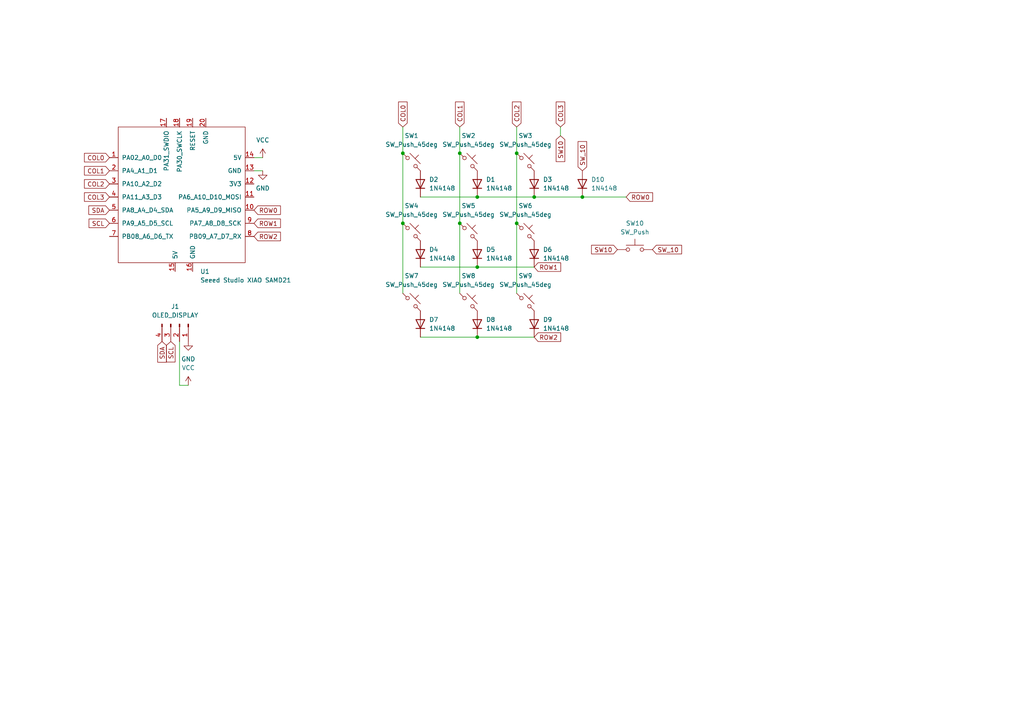
<source format=kicad_sch>
(kicad_sch (version 20231120) (generator "eeschema") (generator_version "8.0")
  (paper "A4")
  (lib_symbols
    (symbol "Connector:Conn_01x04_Pin" (pin_names (offset 1.016) hide)
      (property "Reference" "J" (at 0 5.08 0))
      (property "Value" "Conn_01x04_Pin" (at 0 -7.62 0))
      (symbol "Conn_01x04_Pin_1_1"
        (polyline (pts (xy 1.27 -5.08) (xy 0.8636 -5.08)) (stroke (width 0.1524)))
        (polyline (pts (xy 1.27 -2.54) (xy 0.8636 -2.54)) (stroke (width 0.1524)))
        (polyline (pts (xy 1.27 0) (xy 0.8636 0)) (stroke (width 0.1524)))
        (polyline (pts (xy 1.27 2.54) (xy 0.8636 2.54)) (stroke (width 0.1524)))
        (rectangle (start 0.8636 -4.953) (end 0 -5.207) (stroke (width 0.1524)) (fill (type outline)))
        (rectangle (start 0.8636 -2.413) (end 0 -2.667) (stroke (width 0.1524)) (fill (type outline)))
        (rectangle (start 0.8636 0.127) (end 0 -0.127) (stroke (width 0.1524)) (fill (type outline)))
        (rectangle (start 0.8636 2.667) (end 0 2.413) (stroke (width 0.1524)) (fill (type outline)))
        (pin passive line (at 5.08 2.54 180) (length 3.81) (name "Pin_1") (number "1"))
        (pin passive line (at 5.08 0 180) (length 3.81) (name "Pin_2") (number "2"))
        (pin passive line (at 5.08 -2.54 180) (length 3.81) (name "Pin_3") (number "3"))
        (pin passive line (at 5.08 -5.08 180) (length 3.81) (name "Pin_4") (number "4"))
      )
    )
    (symbol "Diode:1N4148" (pin_numbers hide) (pin_names hide)
      (property "Reference" "D" (at 0 2.54 0))
      (property "Value" "1N4148" (at 0 -2.54 0))
      (symbol "1N4148_0_1"
        (polyline (pts (xy -1.27 1.27) (xy -1.27 -1.27)) (stroke (width 0.254)))
        (polyline (pts (xy 1.27 0) (xy -1.27 0)))
        (polyline (pts (xy 1.27 1.27) (xy 1.27 -1.27) (xy -1.27 0) (xy 1.27 1.27)) (stroke (width 0.254)))
      )
      (symbol "1N4148_1_1"
        (pin passive line (at -3.81 0 0) (length 2.54) (name "K") (number "1"))
        (pin passive line (at 3.81 0 180) (length 2.54) (name "A") (number "2"))
      )
    )
    (symbol "Seeed_Studio_XIAO_Series_local:Seeed Studio XIAO SAMD21" (pin_names (offset 1.016))
      (property "Reference" "U" (at -19.05 22.86 0))
      (property "Value" "Seeed Studio XIAO SAMD21" (at -12.7 21.59 0))
      (symbol "Seeed Studio XIAO SAMD21_0_1"
        (rectangle (start -19.05 20.32) (end 17.78 -19.05))
      )
      (symbol "Seeed Studio XIAO SAMD21_1_1"
        (pin unspecified line (at -21.59 11.43 0) (length 2.54) (name "PA02_A0_D0") (number "1"))
        (pin unspecified line (at 20.32 -3.81 180) (length 2.54) (name "PA5_A9_D9_MISO") (number "10"))
        (pin unspecified line (at 20.32 0 180) (length 2.54) (name "PA6_A10_D10_MOSI") (number "11"))
        (pin unspecified line (at 20.32 3.81 180) (length 2.54) (name "3V3") (number "12"))
        (pin unspecified line (at 20.32 7.62 180) (length 2.54) (name "GND") (number "13"))
        (pin unspecified line (at 20.32 11.43 180) (length 2.54) (name "5V") (number "14"))
        (pin input line (at -2.54 -21.59 90) (length 2.54) (name "5V") (number "15"))
        (pin input line (at 2.54 -21.59 90) (length 2.54) (name "GND") (number "16"))
        (pin input line (at -5.08 22.86 270) (length 2.54) (name "PA31_SWDIO") (number "17"))
        (pin input line (at -1.27 22.86 270) (length 2.54) (name "PA30_SWCLK") (number "18"))
        (pin input line (at 2.54 22.86 270) (length 2.54) (name "RESET") (number "19"))
        (pin unspecified line (at -21.59 7.62 0) (length 2.54) (name "PA4_A1_D1") (number "2"))
        (pin input line (at 6.35 22.86 270) (length 2.54) (name "GND") (number "20"))
        (pin unspecified line (at -21.59 3.81 0) (length 2.54) (name "PA10_A2_D2") (number "3"))
        (pin unspecified line (at -21.59 0 0) (length 2.54) (name "PA11_A3_D3") (number "4"))
        (pin unspecified line (at -21.59 -3.81 0) (length 2.54) (name "PA8_A4_D4_SDA") (number "5"))
        (pin unspecified line (at -21.59 -7.62 0) (length 2.54) (name "PA9_A5_D5_SCL") (number "6"))
        (pin unspecified line (at -21.59 -11.43 0) (length 2.54) (name "PB08_A6_D6_TX") (number "7"))
        (pin unspecified line (at 20.32 -11.43 180) (length 2.54) (name "PB09_A7_D7_RX") (number "8"))
        (pin unspecified line (at 20.32 -7.62 180) (length 2.54) (name "PA7_A8_D8_SCK") (number "9"))
      )
    )
    (symbol "Switch:SW_Push" (pin_numbers hide) (pin_names (offset 1.016) hide)
      (property "Reference" "SW" (at 1.27 2.54 0))
      (property "Value" "SW_Push" (at 0 -1.524 0))
      (symbol "SW_Push_0_1"
        (circle (center -2.032 0) (radius 0.508))
        (polyline (pts (xy 0 1.27) (xy 0 3.048)))
        (polyline (pts (xy 2.54 1.27) (xy -2.54 1.27)))
        (circle (center 2.032 0) (radius 0.508))
        (pin passive line (at -5.08 0 0) (length 2.54) (name "1") (number "1"))
        (pin passive line (at 5.08 0 180) (length 2.54) (name "2") (number "2"))
      )
    )
    (symbol "Switch:SW_Push_45deg" (pin_numbers hide) (pin_names (offset 1.016) hide)
      (property "Reference" "SW" (at 3.048 1.016 0))
      (property "Value" "SW_Push_45deg" (at 0 -3.81 0))
      (symbol "SW_Push_45deg_0_1"
        (circle (center -1.1684 1.1684) (radius 0.508))
        (polyline (pts (xy -0.508 2.54) (xy 2.54 -0.508)))
        (polyline (pts (xy 1.016 1.016) (xy 2.032 2.032)))
        (polyline (pts (xy -2.54 2.54) (xy -1.524 1.524) (xy -1.524 1.524)))
        (polyline (pts (xy 1.524 -1.524) (xy 2.54 -2.54) (xy 2.54 -2.54) (xy 2.54 -2.54)))
        (circle (center 1.143 -1.1938) (radius 0.508))
        (pin passive line (at -2.54 2.54 0) (length 0) (name "1") (number "1"))
        (pin passive line (at 2.54 -2.54 180) (length 0) (name "2") (number "2"))
      )
    )
    (symbol "power:GND" (power) (pin_numbers hide) (pin_names (offset 0) hide)
      (property "Value" "GND" (at 0 -3.81 0))
      (symbol "GND_0_1"
        (polyline (pts (xy 0 0) (xy 0 -1.27) (xy 1.27 -1.27) (xy 0 -2.54) (xy -1.27 -1.27) (xy 0 -1.27)))
      )
      (symbol "GND_1_1"
        (pin power_in line (at 0 0 270) (length 0) (name "~") (number "1"))
      )
    )
    (symbol "power:VCC" (power) (pin_numbers hide) (pin_names (offset 0) hide)
      (property "Value" "VCC" (at 0 3.556 0))
      (symbol "VCC_0_1"
        (polyline (pts (xy -0.762 1.27) (xy 0 2.54)))
        (polyline (pts (xy 0 0) (xy 0 2.54)))
        (polyline (pts (xy 0 2.54) (xy 0.762 1.27)))
      )
      (symbol "VCC_1_1"
        (pin power_in line (at 0 0 90) (length 0) (name "~") (number "1"))
      )
    )
  )
  (junction (at 149.86 64.77))
  (junction (at 138.43 77.47))
  (junction (at 116.84 44.45))
  (junction (at 168.91 57.15))
  (junction (at 149.86 44.45))
  (junction (at 133.35 64.77))
  (junction (at 133.35 44.45))
  (junction (at 138.43 97.79))
  (junction (at 116.84 64.77))
  (junction (at 154.94 57.15))
  (junction (at 138.43 57.15))
  (wire (pts (xy 76.2 45.72) (xy 73.66 45.72)))
  (wire (pts (xy 138.43 77.47) (xy 154.94 77.47)))
  (wire (pts (xy 154.94 57.15) (xy 168.91 57.15)))
  (wire (pts (xy 149.86 64.77) (xy 149.86 85.09)))
  (wire (pts (xy 133.35 36.83) (xy 133.35 44.45)))
  (wire (pts (xy 116.84 36.83) (xy 116.84 44.45)))
  (wire (pts (xy 133.35 44.45) (xy 133.35 64.77)))
  (wire (pts (xy 116.84 64.77) (xy 116.84 85.09)))
  (wire (pts (xy 138.43 97.79) (xy 154.94 97.79)))
  (wire (pts (xy 52.07 111.76) (xy 54.61 111.76)))
  (wire (pts (xy 181.61 57.15) (xy 168.91 57.15)))
  (wire (pts (xy 116.84 44.45) (xy 116.84 64.77)))
  (wire (pts (xy 52.07 99.06) (xy 52.07 111.76)))
  (wire (pts (xy 121.92 97.79) (xy 138.43 97.79)))
  (wire (pts (xy 138.43 57.15) (xy 154.94 57.15)))
  (wire (pts (xy 121.92 57.15) (xy 138.43 57.15)))
  (wire (pts (xy 149.86 36.83) (xy 149.86 44.45)))
  (wire (pts (xy 121.92 77.47) (xy 138.43 77.47)))
  (wire (pts (xy 73.66 49.53) (xy 76.2 49.53)))
  (wire (pts (xy 149.86 44.45) (xy 149.86 64.77)))
  (wire (pts (xy 133.35 64.77) (xy 133.35 85.09)))
  (wire (pts (xy 162.56 36.83) (xy 162.56 39.37)))
  (global_label "SW_10" (shape input) (at 168.91 49.53 90) (property "Intersheetrefs" "${INTERSHEET_REFS}" (effects (hide yes))))
  (global_label "ROW0" (shape input) (at 181.61 57.15 0) (property "Intersheetrefs" "${INTERSHEET_REFS}" (effects (hide yes))))
  (global_label "COL2" (shape input) (at 149.86 36.83 90) (property "Intersheetrefs" "${INTERSHEET_REFS}" (effects (hide yes))))
  (global_label "ROW1" (shape input) (at 73.66 64.77 0) (property "Intersheetrefs" "${INTERSHEET_REFS}" (effects (hide yes))))
  (global_label "COL1" (shape input) (at 31.75 49.53 180) (property "Intersheetrefs" "${INTERSHEET_REFS}" (effects (hide yes))))
  (global_label "ROW2" (shape input) (at 154.94 97.79 0) (property "Intersheetrefs" "${INTERSHEET_REFS}" (effects (hide yes))))
  (global_label "SW10" (shape input) (at 179.07 72.39 180) (property "Intersheetrefs" "${INTERSHEET_REFS}" (effects (hide yes))))
  (global_label "ROW2" (shape input) (at 73.66 68.58 0) (property "Intersheetrefs" "${INTERSHEET_REFS}" (effects (hide yes))))
  (global_label "COL2" (shape input) (at 31.75 53.34 180) (property "Intersheetrefs" "${INTERSHEET_REFS}" (effects (hide yes))))
  (global_label "SW10" (shape input) (at 162.56 39.37 270) (property "Intersheetrefs" "${INTERSHEET_REFS}" (effects (hide yes))))
  (global_label "ROW0" (shape input) (at 73.66 60.96 0) (property "Intersheetrefs" "${INTERSHEET_REFS}" (effects (hide yes))))
  (global_label "SDA" (shape input) (at 31.75 60.96 180) (property "Intersheetrefs" "${INTERSHEET_REFS}" (effects (hide yes))))
  (global_label "SCL" (shape input) (at 31.75 64.77 180) (property "Intersheetrefs" "${INTERSHEET_REFS}" (effects (hide yes))))
  (global_label "COL1" (shape input) (at 133.35 36.83 90) (property "Intersheetrefs" "${INTERSHEET_REFS}" (effects (hide yes))))
  (global_label "SCL" (shape input) (at 49.53 99.06 270) (property "Intersheetrefs" "${INTERSHEET_REFS}" (effects (hide yes))))
  (global_label "COL3" (shape input) (at 162.56 36.83 90) (property "Intersheetrefs" "${INTERSHEET_REFS}" (effects (hide yes))))
  (global_label "SDA" (shape input) (at 46.99 99.06 270) (property "Intersheetrefs" "${INTERSHEET_REFS}" (effects (hide yes))))
  (global_label "COL0" (shape input) (at 31.75 45.72 180) (property "Intersheetrefs" "${INTERSHEET_REFS}" (effects (hide yes))))
  (global_label "ROW1" (shape input) (at 154.94 77.47 0) (property "Intersheetrefs" "${INTERSHEET_REFS}" (effects (hide yes))))
  (global_label "COL3" (shape input) (at 31.75 57.15 180) (property "Intersheetrefs" "${INTERSHEET_REFS}" (effects (hide yes))))
  (global_label "SW_10" (shape input) (at 189.23 72.39 0) (property "Intersheetrefs" "${INTERSHEET_REFS}" (effects (hide yes))))
  (global_label "COL0" (shape input) (at 116.84 36.83 90) (property "Intersheetrefs" "${INTERSHEET_REFS}" (effects (hide yes))))
  (symbol (lib_id "Switch:SW_Push") (at 184.15 72.39 0) (unit 1)
    (property "Reference" "SW10" (at 184.15 64.77 0))
    (property "Value" "SW_Push" (at 184.15 67.31 0))
    (property "Footprint" "Button_Switch_Keyboard:SW_Cherry_MX_1.00u_PCB" (effects (hide yes)))
    (property "Description" "Push button switch, generic, two pins" (effects (hide yes)))
  )
  (symbol (lib_id "Diode:1N4148") (at 154.94 73.66 90) (unit 1)
    (property "Reference" "D6" (at 157.48 72.3899 90) (effects (justify right)))
    (property "Value" "1N4148" (at 157.48 74.9299 90) (effects (justify right)))
    (property "Footprint" "Diode_THT:D_DO-35_SOD27_P7.62mm_Horizontal" (effects (hide yes)))
    (property "Datasheet" "https://assets.nexperia.com/documents/data-sheet/1N4148_1N4448.pdf" (effects (hide yes)))
    (property "Description" "100V 0.15A standard switching diode, DO-35" (effects (hide yes)))
    (property "Sim.Device" "D" (effects (hide yes)))
    (property "Sim.Pins" "1=K 2=A" (effects (hide yes)))
  )
  (symbol (lib_id "Diode:1N4148") (at 154.94 93.98 90) (unit 1)
    (property "Reference" "D9" (at 157.48 92.7099 90) (effects (justify right)))
    (property "Value" "1N4148" (at 157.48 95.2499 90) (effects (justify right)))
    (property "Footprint" "Diode_THT:D_DO-35_SOD27_P7.62mm_Horizontal" (effects (hide yes)))
    (property "Datasheet" "https://assets.nexperia.com/documents/data-sheet/1N4148_1N4448.pdf" (effects (hide yes)))
    (property "Description" "100V 0.15A standard switching diode, DO-35" (effects (hide yes)))
    (property "Sim.Device" "D" (effects (hide yes)))
    (property "Sim.Pins" "1=K 2=A" (effects (hide yes)))
  )
  (symbol (lib_id "Switch:SW_Push_45deg") (at 135.89 46.99 0) (unit 1)
    (property "Reference" "SW2" (at 135.89 39.37 0))
    (property "Value" "SW_Push_45deg" (at 135.89 41.91 0))
    (property "Footprint" "Button_Switch_Keyboard:SW_Cherry_MX_1.00u_PCB" (effects (hide yes)))
    (property "Description" "Push button switch, normally open, two pins, 45° tilted" (effects (hide yes)))
  )
  (symbol (lib_id "Switch:SW_Push_45deg") (at 119.38 46.99 0) (unit 1)
    (property "Reference" "SW1" (at 119.38 39.37 0))
    (property "Value" "SW_Push_45deg" (at 119.38 41.91 0))
    (property "Footprint" "Button_Switch_Keyboard:SW_Cherry_MX_1.00u_PCB" (effects (hide yes)))
    (property "Description" "Push button switch, normally open, two pins, 45° tilted" (effects (hide yes)))
  )
  (symbol (lib_id "Diode:1N4148") (at 121.92 53.34 90) (unit 1)
    (property "Reference" "D2" (at 124.46 52.0699 90) (effects (justify right)))
    (property "Value" "1N4148" (at 124.46 54.6099 90) (effects (justify right)))
    (property "Footprint" "Diode_THT:D_DO-35_SOD27_P7.62mm_Horizontal" (effects (hide yes)))
    (property "Datasheet" "https://assets.nexperia.com/documents/data-sheet/1N4148_1N4448.pdf" (effects (hide yes)))
    (property "Description" "100V 0.15A standard switching diode, DO-35" (effects (hide yes)))
    (property "Sim.Device" "D" (effects (hide yes)))
    (property "Sim.Pins" "1=K 2=A" (effects (hide yes)))
  )
  (symbol (lib_id "Seeed_Studio_XIAO_Series_local:Seeed Studio XIAO SAMD21") (at 53.34 57.15 0) (unit 1)
    (property "Reference" "U1" (at 58.0741 78.74 0) (effects (justify left)))
    (property "Value" "Seeed Studio XIAO SAMD21" (at 58.0741 81.28 0) (effects (justify left)))
    (property "Footprint" "seeed studio XIAO series local:XIAO-Generic-Thruhole-14P-2.54-21X17.8MM" (effects (hide yes)))
  )
  (symbol (lib_id "Diode:1N4148") (at 138.43 73.66 90) (unit 1)
    (property "Reference" "D5" (at 140.97 72.3899 90) (effects (justify right)))
    (property "Value" "1N4148" (at 140.97 74.9299 90) (effects (justify right)))
    (property "Footprint" "Diode_THT:D_DO-35_SOD27_P7.62mm_Horizontal" (effects (hide yes)))
    (property "Datasheet" "https://assets.nexperia.com/documents/data-sheet/1N4148_1N4448.pdf" (effects (hide yes)))
    (property "Description" "100V 0.15A standard switching diode, DO-35" (effects (hide yes)))
    (property "Sim.Device" "D" (effects (hide yes)))
    (property "Sim.Pins" "1=K 2=A" (effects (hide yes)))
  )
  (symbol (lib_id "Switch:SW_Push_45deg") (at 119.38 87.63 0) (unit 1)
    (property "Reference" "SW7" (at 119.38 80.01 0))
    (property "Value" "SW_Push_45deg" (at 119.38 82.55 0))
    (property "Footprint" "Button_Switch_Keyboard:SW_Cherry_MX_1.00u_PCB" (effects (hide yes)))
    (property "Description" "Push button switch, normally open, two pins, 45° tilted" (effects (hide yes)))
  )
  (symbol (lib_id "Connector:Conn_01x04_Pin") (at 52.07 93.98 270) (unit 1)
    (property "Reference" "J1" (at 50.8 88.9 90))
    (property "Value" "OLED_DISPLAY" (at 50.8 91.44 90))
    (property "Footprint" "seeed studio XIAO series local:SSD1306-0.91-OLED-4pin-128x32" (effects (hide yes)))
    (property "Description" "Generic connector, single row, 01x04, script generated" (effects (hide yes)))
  )
  (symbol (lib_id "Diode:1N4148") (at 168.91 53.34 90) (unit 1)
    (property "Reference" "D10" (at 171.45 52.0699 90) (effects (justify right)))
    (property "Value" "1N4148" (at 171.45 54.6099 90) (effects (justify right)))
    (property "Footprint" "Diode_THT:D_DO-35_SOD27_P7.62mm_Horizontal" (effects (hide yes)))
    (property "Datasheet" "https://assets.nexperia.com/documents/data-sheet/1N4148_1N4448.pdf" (effects (hide yes)))
    (property "Description" "100V 0.15A standard switching diode, DO-35" (effects (hide yes)))
    (property "Sim.Device" "D" (effects (hide yes)))
    (property "Sim.Pins" "1=K 2=A" (effects (hide yes)))
  )
  (symbol (lib_id "Diode:1N4148") (at 121.92 93.98 90) (unit 1)
    (property "Reference" "D7" (at 124.46 92.7099 90) (effects (justify right)))
    (property "Value" "1N4148" (at 124.46 95.2499 90) (effects (justify right)))
    (property "Footprint" "Diode_THT:D_DO-35_SOD27_P7.62mm_Horizontal" (effects (hide yes)))
    (property "Datasheet" "https://assets.nexperia.com/documents/data-sheet/1N4148_1N4448.pdf" (effects (hide yes)))
    (property "Description" "100V 0.15A standard switching diode, DO-35" (effects (hide yes)))
    (property "Sim.Device" "D" (effects (hide yes)))
    (property "Sim.Pins" "1=K 2=A" (effects (hide yes)))
  )
  (symbol (lib_id "power:VCC") (at 54.61 111.76 0) (unit 1)
    (property "Reference" "#PWR03" (effects (hide yes)))
    (property "Value" "VCC" (at 54.61 106.68 0))
    (property "Description" "Power symbol creates a global label with name \"VCC\"" (effects (hide yes)))
  )
  (symbol (lib_id "Switch:SW_Push_45deg") (at 152.4 87.63 0) (unit 1)
    (property "Reference" "SW9" (at 152.4 80.01 0))
    (property "Value" "SW_Push_45deg" (at 152.4 82.55 0))
    (property "Footprint" "Button_Switch_Keyboard:SW_Cherry_MX_1.00u_PCB" (effects (hide yes)))
    (property "Description" "Push button switch, normally open, two pins, 45° tilted" (effects (hide yes)))
  )
  (symbol (lib_id "Diode:1N4148") (at 138.43 53.34 90) (unit 1)
    (property "Reference" "D1" (at 140.97 52.0699 90) (effects (justify right)))
    (property "Value" "1N4148" (at 140.97 54.6099 90) (effects (justify right)))
    (property "Footprint" "Diode_THT:D_DO-35_SOD27_P7.62mm_Horizontal" (effects (hide yes)))
    (property "Datasheet" "https://assets.nexperia.com/documents/data-sheet/1N4148_1N4448.pdf" (effects (hide yes)))
    (property "Description" "100V 0.15A standard switching diode, DO-35" (effects (hide yes)))
    (property "Sim.Device" "D" (effects (hide yes)))
    (property "Sim.Pins" "1=K 2=A" (effects (hide yes)))
  )
  (symbol (lib_id "Diode:1N4148") (at 121.92 73.66 90) (unit 1)
    (property "Reference" "D4" (at 124.46 72.3899 90) (effects (justify right)))
    (property "Value" "1N4148" (at 124.46 74.9299 90) (effects (justify right)))
    (property "Footprint" "Diode_THT:D_DO-35_SOD27_P7.62mm_Horizontal" (effects (hide yes)))
    (property "Datasheet" "https://assets.nexperia.com/documents/data-sheet/1N4148_1N4448.pdf" (effects (hide yes)))
    (property "Description" "100V 0.15A standard switching diode, DO-35" (effects (hide yes)))
    (property "Sim.Device" "D" (effects (hide yes)))
    (property "Sim.Pins" "1=K 2=A" (effects (hide yes)))
  )
  (symbol (lib_id "Switch:SW_Push_45deg") (at 119.38 67.31 0) (unit 1)
    (property "Reference" "SW4" (at 119.38 59.69 0))
    (property "Value" "SW_Push_45deg" (at 119.38 62.23 0))
    (property "Footprint" "Button_Switch_Keyboard:SW_Cherry_MX_1.00u_PCB" (effects (hide yes)))
    (property "Description" "Push button switch, normally open, two pins, 45° tilted" (effects (hide yes)))
  )
  (symbol (lib_id "Switch:SW_Push_45deg") (at 135.89 67.31 0) (unit 1)
    (property "Reference" "SW5" (at 135.89 59.69 0))
    (property "Value" "SW_Push_45deg" (at 135.89 62.23 0))
    (property "Footprint" "Button_Switch_Keyboard:SW_Cherry_MX_1.00u_PCB" (effects (hide yes)))
    (property "Description" "Push button switch, normally open, two pins, 45° tilted" (effects (hide yes)))
  )
  (symbol (lib_id "power:GND") (at 54.61 99.06 0) (unit 1)
    (property "Reference" "#PWR02" (effects (hide yes)))
    (property "Value" "GND" (at 54.61 104.14 0))
    (property "Description" "Power symbol creates a global label with name \"GND\" , ground" (effects (hide yes)))
  )
  (symbol (lib_id "Diode:1N4148") (at 154.94 53.34 90) (unit 1)
    (property "Reference" "D3" (at 157.48 52.0699 90) (effects (justify right)))
    (property "Value" "1N4148" (at 157.48 54.6099 90) (effects (justify right)))
    (property "Footprint" "Diode_THT:D_DO-35_SOD27_P7.62mm_Horizontal" (effects (hide yes)))
    (property "Datasheet" "https://assets.nexperia.com/documents/data-sheet/1N4148_1N4448.pdf" (effects (hide yes)))
    (property "Description" "100V 0.15A standard switching diode, DO-35" (effects (hide yes)))
    (property "Sim.Device" "D" (effects (hide yes)))
    (property "Sim.Pins" "1=K 2=A" (effects (hide yes)))
  )
  (symbol (lib_id "power:VCC") (at 76.2 45.72 0) (unit 1)
    (property "Reference" "#PWR04" (effects (hide yes)))
    (property "Value" "VCC" (at 76.2 40.64 0))
    (property "Description" "Power symbol creates a global label with name \"VCC\"" (effects (hide yes)))
  )
  (symbol (lib_id "Switch:SW_Push_45deg") (at 152.4 46.99 0) (unit 1)
    (property "Reference" "SW3" (at 152.4 39.37 0))
    (property "Value" "SW_Push_45deg" (at 152.4 41.91 0))
    (property "Footprint" "Button_Switch_Keyboard:SW_Cherry_MX_1.00u_PCB" (effects (hide yes)))
    (property "Description" "Push button switch, normally open, two pins, 45° tilted" (effects (hide yes)))
  )
  (symbol (lib_id "power:GND") (at 76.2 49.53 0) (unit 1)
    (property "Reference" "#PWR05" (effects (hide yes)))
    (property "Value" "GND" (at 76.2 54.61 0))
    (property "Description" "Power symbol creates a global label with name \"GND\" , ground" (effects (hide yes)))
  )
  (symbol (lib_id "Switch:SW_Push_45deg") (at 135.89 87.63 0) (unit 1)
    (property "Reference" "SW8" (at 135.89 80.01 0))
    (property "Value" "SW_Push_45deg" (at 135.89 82.55 0))
    (property "Footprint" "Button_Switch_Keyboard:SW_Cherry_MX_1.00u_PCB" (effects (hide yes)))
    (property "Description" "Push button switch, normally open, two pins, 45° tilted" (effects (hide yes)))
  )
  (symbol (lib_id "Switch:SW_Push_45deg") (at 152.4 67.31 0) (unit 1)
    (property "Reference" "SW6" (at 152.4 59.69 0))
    (property "Value" "SW_Push_45deg" (at 152.4 62.23 0))
    (property "Footprint" "Button_Switch_Keyboard:SW_Cherry_MX_1.00u_PCB" (effects (hide yes)))
    (property "Description" "Push button switch, normally open, two pins, 45° tilted" (effects (hide yes)))
  )
  (symbol (lib_id "Diode:1N4148") (at 138.43 93.98 90) (unit 1)
    (property "Reference" "D8" (at 140.97 92.7099 90) (effects (justify right)))
    (property "Value" "1N4148" (at 140.97 95.2499 90) (effects (justify right)))
    (property "Footprint" "Diode_THT:D_DO-35_SOD27_P7.62mm_Horizontal" (effects (hide yes)))
    (property "Datasheet" "https://assets.nexperia.com/documents/data-sheet/1N4148_1N4448.pdf" (effects (hide yes)))
    (property "Description" "100V 0.15A standard switching diode, DO-35" (effects (hide yes)))
    (property "Sim.Device" "D" (effects (hide yes)))
    (property "Sim.Pins" "1=K 2=A" (effects (hide yes)))
  )
)
</source>
